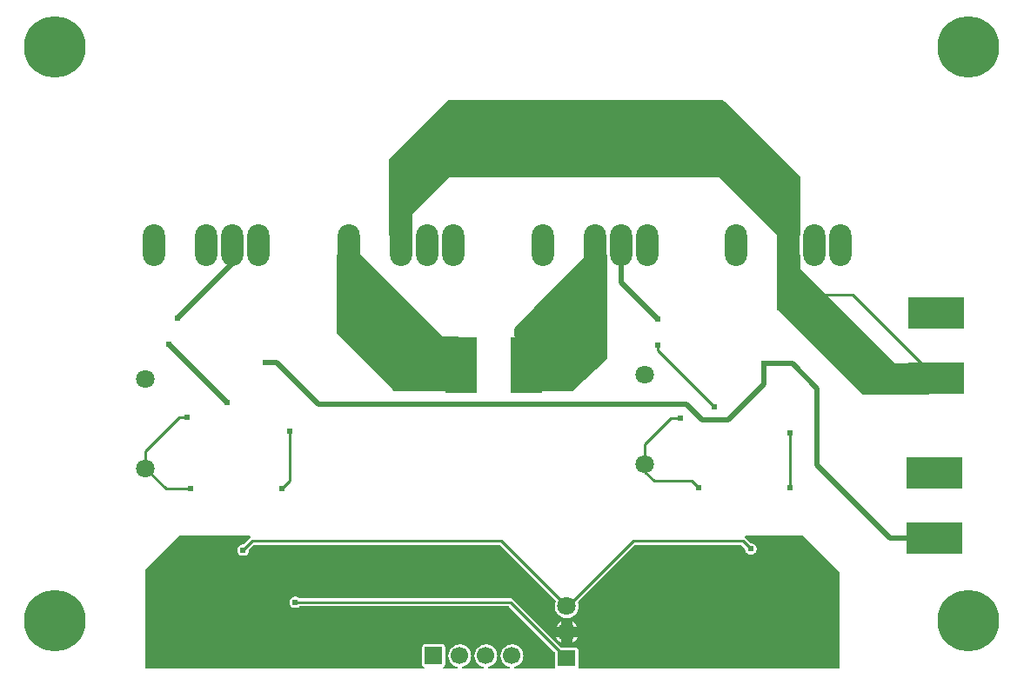
<source format=gbl>
G04 Layer: BottomLayer*
G04 EasyEDA v6.5.23, 2023-05-04 17:13:00*
G04 607db096b8b445a3a5bfbfc94cd9f4cc,a707f60854a14c978b55351e1b3b8125,10*
G04 Gerber Generator version 0.2*
G04 Scale: 100 percent, Rotated: No, Reflected: No *
G04 Dimensions in millimeters *
G04 leading zeros omitted , absolute positions ,4 integer and 5 decimal *
%FSLAX45Y45*%
%MOMM*%

%AMMACRO1*21,1,$1,$2,0,0,$3*%
%ADD10C,0.2540*%
%ADD11C,0.5080*%
%ADD12O,2.159X4.064*%
%ADD13C,1.8000*%
%ADD14R,1.7000X1.7000*%
%ADD15C,1.7000*%
%ADD16R,1.8000X1.5748*%
%ADD17MACRO1,5.4X3.001X0.0000*%
%ADD18MACRO1,5.4X3.001X90.0000*%
%ADD19C,6.0000*%
%ADD20C,0.6096*%
%ADD21C,0.0142*%

%LPD*%
G36*
X3769360Y190500D02*
G01*
X3765448Y191262D01*
X3762197Y193497D01*
X3759962Y196748D01*
X3759200Y200660D01*
X3759200Y935583D01*
X3759962Y939495D01*
X3762197Y942797D01*
X4327702Y1508302D01*
X4331004Y1510538D01*
X4334916Y1511300D01*
X7006183Y1511300D01*
X7010095Y1510538D01*
X7013397Y1508302D01*
X7756702Y764997D01*
X7758938Y761695D01*
X7759700Y757783D01*
X7759700Y200660D01*
X7758938Y196748D01*
X7756702Y193497D01*
X7753451Y191262D01*
X7749540Y190500D01*
X7541259Y190500D01*
X7537348Y191262D01*
X7534097Y193497D01*
X7531862Y196748D01*
X7530896Y203098D01*
X7530388Y203911D01*
X6973011Y761288D01*
X6971284Y762000D01*
X4344416Y762000D01*
X4342688Y761288D01*
X3988511Y407111D01*
X3987800Y405384D01*
X3987800Y200660D01*
X3987037Y196748D01*
X3984802Y193497D01*
X3981551Y191262D01*
X3977640Y190500D01*
G37*

%LPD*%
G36*
X3801567Y-1320800D02*
G01*
X3797655Y-1319987D01*
X3794302Y-1317752D01*
X3254095Y-764946D01*
X3251962Y-761695D01*
X3251200Y-757885D01*
X3251200Y2540D01*
X3251962Y6451D01*
X3254197Y9702D01*
X3257448Y11938D01*
X3261360Y12700D01*
X3475583Y12700D01*
X3479495Y11938D01*
X3482797Y9702D01*
X4279188Y-786688D01*
X4280916Y-787400D01*
X4422140Y-787400D01*
X4426051Y-788162D01*
X4429302Y-790397D01*
X4431538Y-793648D01*
X4432300Y-797560D01*
X4432300Y-1310640D01*
X4431538Y-1314551D01*
X4429302Y-1317802D01*
X4426051Y-1320038D01*
X4422140Y-1320800D01*
G37*

%LPD*%
G36*
X5204460Y-1320800D02*
G01*
X5200548Y-1320038D01*
X5197297Y-1317802D01*
X5195062Y-1314551D01*
X5194300Y-1310640D01*
X5194300Y-1042416D01*
X5193792Y-1040790D01*
X4980838Y-790244D01*
X4979009Y-787146D01*
X4978400Y-783640D01*
X4978400Y-715314D01*
X4979162Y-711504D01*
X4981244Y-708253D01*
X5359450Y-317449D01*
X5650788Y-26111D01*
X5651500Y-24384D01*
X5651500Y2540D01*
X5652262Y6451D01*
X5654497Y9702D01*
X5657748Y11938D01*
X5661660Y12700D01*
X5869940Y12700D01*
X5873851Y11938D01*
X5877102Y9702D01*
X5879338Y6451D01*
X5880100Y2540D01*
X5880100Y-998982D01*
X5879287Y-1002944D01*
X5877001Y-1006297D01*
X5552846Y-1317955D01*
X5549595Y-1320088D01*
X5545785Y-1320800D01*
G37*

%LPD*%
G36*
X8373516Y-1358900D02*
G01*
X8369604Y-1358138D01*
X8366302Y-1355902D01*
X7534097Y-523697D01*
X7531862Y-520395D01*
X7531100Y-516483D01*
X7531100Y2540D01*
X7531862Y6451D01*
X7534097Y9702D01*
X7537348Y11938D01*
X7541259Y12700D01*
X7749540Y12700D01*
X7753451Y11938D01*
X7756702Y9702D01*
X7758938Y6451D01*
X7759700Y2540D01*
X7759700Y-125983D01*
X7760411Y-127711D01*
X8686088Y-1053388D01*
X8687816Y-1054100D01*
X9006840Y-1054100D01*
X9010751Y-1054862D01*
X9014002Y-1057097D01*
X9016238Y-1060348D01*
X9017000Y-1064260D01*
X9017000Y-1348740D01*
X9016238Y-1352651D01*
X9014002Y-1355902D01*
X9010751Y-1358138D01*
X9006840Y-1358900D01*
G37*

%LPD*%
G36*
X1394460Y-4025392D02*
G01*
X1390548Y-4024629D01*
X1387297Y-4022394D01*
X1385062Y-4019143D01*
X1384300Y-4015232D01*
X1384300Y-3064916D01*
X1385062Y-3061004D01*
X1387297Y-3057702D01*
X1711502Y-2733497D01*
X1714804Y-2731262D01*
X1718716Y-2730500D01*
X2398776Y-2730500D01*
X2402840Y-2731363D01*
X2406192Y-2733700D01*
X2408326Y-2737256D01*
X2408936Y-2741371D01*
X2407818Y-2745333D01*
X2405176Y-2748534D01*
X2398014Y-2754376D01*
X2341321Y-2811068D01*
X2338425Y-2813100D01*
X2335022Y-2814015D01*
X2326995Y-2814726D01*
X2317546Y-2817266D01*
X2308606Y-2821381D01*
X2300579Y-2827020D01*
X2293620Y-2833979D01*
X2287981Y-2842006D01*
X2283866Y-2850946D01*
X2281326Y-2860395D01*
X2280462Y-2870200D01*
X2281326Y-2880004D01*
X2283866Y-2889453D01*
X2287981Y-2898394D01*
X2293620Y-2906420D01*
X2300579Y-2913380D01*
X2308606Y-2919018D01*
X2317546Y-2923133D01*
X2326995Y-2925673D01*
X2336800Y-2926537D01*
X2346604Y-2925673D01*
X2356053Y-2923133D01*
X2364994Y-2919018D01*
X2373020Y-2913380D01*
X2379980Y-2906420D01*
X2385618Y-2898394D01*
X2389733Y-2889453D01*
X2392273Y-2880004D01*
X2392984Y-2871978D01*
X2393899Y-2868574D01*
X2395931Y-2865678D01*
X2438704Y-2822905D01*
X2442006Y-2820670D01*
X2445918Y-2819908D01*
X4831181Y-2819908D01*
X4835093Y-2820670D01*
X4838395Y-2822905D01*
X5377078Y-3361588D01*
X5379262Y-3364839D01*
X5380075Y-3368649D01*
X5379364Y-3372510D01*
X5376164Y-3380486D01*
X5372557Y-3394608D01*
X5370728Y-3409035D01*
X5370728Y-3423564D01*
X5372557Y-3437991D01*
X5376164Y-3452114D01*
X5381548Y-3465626D01*
X5388559Y-3478377D01*
X5397093Y-3490163D01*
X5407050Y-3500780D01*
X5418277Y-3510076D01*
X5430570Y-3517849D01*
X5443728Y-3524046D01*
X5457596Y-3528568D01*
X5471871Y-3531260D01*
X5486400Y-3532174D01*
X5500928Y-3531260D01*
X5515203Y-3528568D01*
X5529072Y-3524046D01*
X5542229Y-3517849D01*
X5554522Y-3510076D01*
X5565749Y-3500780D01*
X5575706Y-3490163D01*
X5584240Y-3478377D01*
X5591251Y-3465626D01*
X5596636Y-3452114D01*
X5600242Y-3437991D01*
X5602071Y-3423564D01*
X5602071Y-3409035D01*
X5600242Y-3394608D01*
X5596585Y-3380435D01*
X5596331Y-3376980D01*
X5597245Y-3373577D01*
X5599277Y-3370732D01*
X6147104Y-2822905D01*
X6150406Y-2820670D01*
X6154318Y-2819908D01*
X7180681Y-2819908D01*
X7184593Y-2820670D01*
X7187895Y-2822905D01*
X7217968Y-2852978D01*
X7220000Y-2855874D01*
X7220915Y-2859278D01*
X7221626Y-2867304D01*
X7224166Y-2876753D01*
X7228281Y-2885694D01*
X7233920Y-2893720D01*
X7240879Y-2900680D01*
X7248906Y-2906318D01*
X7257846Y-2910433D01*
X7267295Y-2912973D01*
X7277100Y-2913837D01*
X7286904Y-2912973D01*
X7296353Y-2910433D01*
X7305294Y-2906318D01*
X7313320Y-2900680D01*
X7320280Y-2893720D01*
X7325918Y-2885694D01*
X7330033Y-2876753D01*
X7332573Y-2867304D01*
X7333437Y-2857500D01*
X7332573Y-2847695D01*
X7330033Y-2838246D01*
X7325918Y-2829306D01*
X7320280Y-2821279D01*
X7313320Y-2814320D01*
X7305294Y-2808681D01*
X7296353Y-2804566D01*
X7286904Y-2802026D01*
X7278878Y-2801315D01*
X7275474Y-2800400D01*
X7272578Y-2798368D01*
X7228586Y-2754376D01*
X7221423Y-2748534D01*
X7218781Y-2745333D01*
X7217664Y-2741371D01*
X7218273Y-2737256D01*
X7220407Y-2733700D01*
X7223759Y-2731363D01*
X7227824Y-2730500D01*
X7780883Y-2730500D01*
X7784795Y-2731262D01*
X7788097Y-2733497D01*
X8137702Y-3083102D01*
X8139938Y-3086404D01*
X8140700Y-3090316D01*
X8140700Y-4015232D01*
X8139938Y-4019143D01*
X8137702Y-4022394D01*
X8134451Y-4024629D01*
X8130540Y-4025392D01*
X5610098Y-4025392D01*
X5606338Y-4024680D01*
X5603087Y-4022598D01*
X5600852Y-4019448D01*
X5599938Y-4015689D01*
X5600496Y-4011879D01*
X5601614Y-4008780D01*
X5602325Y-4002481D01*
X5602325Y-3846118D01*
X5601614Y-3839819D01*
X5599684Y-3834333D01*
X5596585Y-3829456D01*
X5592521Y-3825341D01*
X5587593Y-3822293D01*
X5582158Y-3820363D01*
X5575808Y-3819651D01*
X5440578Y-3819651D01*
X5436666Y-3818890D01*
X5433364Y-3816654D01*
X4967935Y-3351276D01*
X4961737Y-3346145D01*
X4955032Y-3342589D01*
X4947818Y-3340404D01*
X4939792Y-3339592D01*
X2889808Y-3339592D01*
X2885897Y-3338829D01*
X2882595Y-3336594D01*
X2881020Y-3335020D01*
X2872994Y-3329381D01*
X2864053Y-3325266D01*
X2854604Y-3322726D01*
X2844800Y-3321862D01*
X2834995Y-3322726D01*
X2825546Y-3325266D01*
X2816606Y-3329381D01*
X2808579Y-3335020D01*
X2801620Y-3341979D01*
X2795981Y-3350006D01*
X2791866Y-3358946D01*
X2789326Y-3368395D01*
X2788462Y-3378200D01*
X2789326Y-3388004D01*
X2791866Y-3397453D01*
X2795981Y-3406394D01*
X2801620Y-3414420D01*
X2808579Y-3421379D01*
X2816606Y-3427018D01*
X2825546Y-3431133D01*
X2834995Y-3433673D01*
X2844800Y-3434537D01*
X2854604Y-3433673D01*
X2864053Y-3431133D01*
X2872994Y-3427018D01*
X2881020Y-3421379D01*
X2882595Y-3419805D01*
X2885897Y-3417570D01*
X2889808Y-3416808D01*
X4920081Y-3416808D01*
X4923993Y-3417570D01*
X4927295Y-3419805D01*
X5367528Y-3860037D01*
X5369712Y-3863289D01*
X5370474Y-3867200D01*
X5370474Y-4002481D01*
X5371185Y-4008780D01*
X5372303Y-4011879D01*
X5372862Y-4015689D01*
X5371947Y-4019448D01*
X5369712Y-4022598D01*
X5366461Y-4024680D01*
X5362702Y-4025392D01*
X4986274Y-4025392D01*
X4982159Y-4024528D01*
X4978755Y-4022039D01*
X4976622Y-4018432D01*
X4976164Y-4014266D01*
X4977434Y-4010253D01*
X4980178Y-4007104D01*
X4984546Y-4005224D01*
X4997907Y-4000296D01*
X5010505Y-3993743D01*
X5022138Y-3985615D01*
X5032654Y-3976065D01*
X5041849Y-3965244D01*
X5049621Y-3953306D01*
X5055768Y-3940505D01*
X5060238Y-3927043D01*
X5062982Y-3913073D01*
X5063896Y-3898900D01*
X5062982Y-3884726D01*
X5060238Y-3870756D01*
X5055768Y-3857294D01*
X5049621Y-3844493D01*
X5041849Y-3832555D01*
X5032654Y-3821734D01*
X5022138Y-3812184D01*
X5010505Y-3804056D01*
X4997907Y-3797503D01*
X4984546Y-3792575D01*
X4970678Y-3789426D01*
X4956556Y-3788054D01*
X4942332Y-3788511D01*
X4928311Y-3790797D01*
X4914696Y-3794861D01*
X4901692Y-3800601D01*
X4889550Y-3807968D01*
X4878425Y-3816807D01*
X4868570Y-3827018D01*
X4860086Y-3838397D01*
X4853076Y-3850792D01*
X4847742Y-3863949D01*
X4844135Y-3877716D01*
X4842357Y-3891787D01*
X4842357Y-3906012D01*
X4844135Y-3920083D01*
X4847742Y-3933850D01*
X4853076Y-3947007D01*
X4860086Y-3959402D01*
X4868570Y-3970782D01*
X4878425Y-3980992D01*
X4889550Y-3989832D01*
X4901692Y-3997198D01*
X4914696Y-4002989D01*
X4923231Y-4005478D01*
X4926838Y-4007459D01*
X4929378Y-4010660D01*
X4930495Y-4014622D01*
X4929886Y-4018686D01*
X4927701Y-4022191D01*
X4924348Y-4024579D01*
X4920335Y-4025392D01*
X4732274Y-4025392D01*
X4728159Y-4024528D01*
X4724755Y-4022039D01*
X4722622Y-4018432D01*
X4722164Y-4014266D01*
X4723434Y-4010253D01*
X4726178Y-4007104D01*
X4730546Y-4005224D01*
X4743907Y-4000296D01*
X4756505Y-3993743D01*
X4768138Y-3985615D01*
X4778654Y-3976065D01*
X4787849Y-3965244D01*
X4795621Y-3953306D01*
X4801768Y-3940505D01*
X4806238Y-3927043D01*
X4808982Y-3913073D01*
X4809896Y-3898900D01*
X4808982Y-3884726D01*
X4806238Y-3870756D01*
X4801768Y-3857294D01*
X4795621Y-3844493D01*
X4787849Y-3832555D01*
X4778654Y-3821734D01*
X4768138Y-3812184D01*
X4756505Y-3804056D01*
X4743907Y-3797503D01*
X4730546Y-3792575D01*
X4716678Y-3789426D01*
X4702556Y-3788054D01*
X4688332Y-3788511D01*
X4674311Y-3790797D01*
X4660696Y-3794861D01*
X4647692Y-3800601D01*
X4635550Y-3807968D01*
X4624425Y-3816807D01*
X4614570Y-3827018D01*
X4606086Y-3838397D01*
X4599076Y-3850792D01*
X4593742Y-3863949D01*
X4590135Y-3877716D01*
X4588357Y-3891787D01*
X4588357Y-3906012D01*
X4590135Y-3920083D01*
X4593742Y-3933850D01*
X4599076Y-3947007D01*
X4606086Y-3959402D01*
X4614570Y-3970782D01*
X4624425Y-3980992D01*
X4635550Y-3989832D01*
X4647692Y-3997198D01*
X4660696Y-4002989D01*
X4669231Y-4005478D01*
X4672838Y-4007459D01*
X4675378Y-4010660D01*
X4676495Y-4014622D01*
X4675886Y-4018686D01*
X4673701Y-4022191D01*
X4670348Y-4024579D01*
X4666335Y-4025392D01*
X4478274Y-4025392D01*
X4474159Y-4024528D01*
X4470755Y-4022039D01*
X4468622Y-4018432D01*
X4468164Y-4014266D01*
X4469434Y-4010253D01*
X4472178Y-4007104D01*
X4476546Y-4005224D01*
X4489907Y-4000296D01*
X4502505Y-3993743D01*
X4514138Y-3985615D01*
X4524654Y-3976065D01*
X4533849Y-3965244D01*
X4541621Y-3953306D01*
X4547768Y-3940505D01*
X4552238Y-3927043D01*
X4554982Y-3913073D01*
X4555896Y-3898900D01*
X4554982Y-3884726D01*
X4552238Y-3870756D01*
X4547768Y-3857294D01*
X4541621Y-3844493D01*
X4533849Y-3832555D01*
X4524654Y-3821734D01*
X4514138Y-3812184D01*
X4502505Y-3804056D01*
X4489907Y-3797503D01*
X4476546Y-3792575D01*
X4462678Y-3789426D01*
X4448556Y-3788054D01*
X4434332Y-3788511D01*
X4420311Y-3790797D01*
X4406696Y-3794861D01*
X4393692Y-3800601D01*
X4381550Y-3807968D01*
X4370425Y-3816807D01*
X4360570Y-3827018D01*
X4352086Y-3838397D01*
X4345076Y-3850792D01*
X4339742Y-3863949D01*
X4336135Y-3877716D01*
X4334357Y-3891787D01*
X4334357Y-3906012D01*
X4336135Y-3920083D01*
X4339742Y-3933850D01*
X4345076Y-3947007D01*
X4352086Y-3959402D01*
X4360570Y-3970782D01*
X4370425Y-3980992D01*
X4381550Y-3989832D01*
X4393692Y-3997198D01*
X4406696Y-4002989D01*
X4415231Y-4005478D01*
X4418838Y-4007459D01*
X4421378Y-4010660D01*
X4422495Y-4014622D01*
X4421886Y-4018686D01*
X4419701Y-4022191D01*
X4416348Y-4024579D01*
X4412335Y-4025392D01*
X4293514Y-4025392D01*
X4289247Y-4024477D01*
X4285792Y-4021836D01*
X4283760Y-4018026D01*
X4283456Y-4013708D01*
X4284980Y-4009644D01*
X4288078Y-4006646D01*
X4292092Y-4004106D01*
X4296206Y-3999992D01*
X4299305Y-3995115D01*
X4301185Y-3989628D01*
X4301896Y-3983329D01*
X4301896Y-3814470D01*
X4301185Y-3808171D01*
X4299305Y-3802684D01*
X4296206Y-3797808D01*
X4292092Y-3793693D01*
X4287215Y-3790594D01*
X4281728Y-3788714D01*
X4275429Y-3788003D01*
X4106570Y-3788003D01*
X4100271Y-3788714D01*
X4094784Y-3790594D01*
X4089908Y-3793693D01*
X4085793Y-3797808D01*
X4082694Y-3802684D01*
X4080814Y-3808171D01*
X4080103Y-3814470D01*
X4080103Y-3983329D01*
X4080814Y-3989628D01*
X4082694Y-3995115D01*
X4085793Y-3999992D01*
X4089908Y-4004106D01*
X4093921Y-4006646D01*
X4097020Y-4009644D01*
X4098544Y-4013708D01*
X4098239Y-4018026D01*
X4096207Y-4021836D01*
X4092752Y-4024477D01*
X4088485Y-4025392D01*
G37*

%LPC*%
G36*
X5537758Y-3773982D02*
G01*
X5542229Y-3771849D01*
X5554522Y-3764076D01*
X5565749Y-3754780D01*
X5575706Y-3744163D01*
X5584240Y-3732377D01*
X5590133Y-3721658D01*
X5537758Y-3721658D01*
G37*
G36*
X5435041Y-3773982D02*
G01*
X5435041Y-3721658D01*
X5382666Y-3721658D01*
X5388559Y-3732377D01*
X5397093Y-3744163D01*
X5407050Y-3754780D01*
X5418277Y-3764076D01*
X5430570Y-3771849D01*
G37*
G36*
X5537758Y-3618941D02*
G01*
X5590133Y-3618941D01*
X5584240Y-3608222D01*
X5575706Y-3596436D01*
X5565749Y-3585819D01*
X5554522Y-3576523D01*
X5542229Y-3568750D01*
X5537758Y-3566617D01*
G37*
G36*
X5382666Y-3618941D02*
G01*
X5435041Y-3618941D01*
X5435041Y-3566617D01*
X5430570Y-3568750D01*
X5418277Y-3576523D01*
X5407050Y-3585819D01*
X5397093Y-3596436D01*
X5388559Y-3608222D01*
G37*

%LPD*%
D10*
X5092700Y-1066800D02*
G01*
X5295900Y-1066800D01*
X5765800Y-596900D01*
X5765800Y101600D01*
X3365500Y101600D02*
G01*
X3365500Y-355600D01*
X4076700Y-1066800D01*
X4457700Y-1066800D01*
D11*
X2552700Y-1041400D02*
G01*
X2667000Y-1041400D01*
X3073400Y-1447800D01*
X6654800Y-1447800D01*
X6807200Y-1600200D01*
X7061200Y-1600200D01*
X7404100Y-1257300D01*
X7404100Y-1054100D01*
D10*
X7658100Y-1727200D02*
G01*
X7658100Y-2260600D01*
X2717800Y-2273300D02*
G01*
X2794000Y-2197100D01*
X2794000Y-1714500D01*
X6591300Y-1587500D02*
G01*
X6502400Y-1587500D01*
X6248400Y-1841500D01*
X6248400Y-2035302D01*
X6375400Y-876300D02*
G01*
X6375400Y-927100D01*
X6921500Y-1473200D01*
X2844800Y-3378200D02*
G01*
X4940300Y-3378200D01*
X5486400Y-3924300D01*
X1384300Y-2073300D02*
G01*
X1584299Y-2273300D01*
X1828800Y-2273300D01*
X1790700Y-1574800D02*
G01*
X1714500Y-1574800D01*
X1384300Y-1905000D01*
X1384300Y-2073402D01*
D11*
X1612900Y-863600D02*
G01*
X2184400Y-1435100D01*
D10*
X6769100Y-2260600D02*
G01*
X6705600Y-2197100D01*
X6337300Y-2197100D01*
X6248400Y-2108200D01*
X6248400Y-2035302D01*
D11*
X1701800Y-609600D02*
G01*
X2235200Y-76200D01*
X2235200Y101600D01*
X7404100Y-1054100D02*
G01*
X7683500Y-1054100D01*
X7924800Y-1295400D01*
X7924800Y-2044700D01*
X8636000Y-2755900D01*
X9067800Y-2755900D01*
D10*
X2336800Y-2870200D02*
G01*
X2425700Y-2781300D01*
X4851400Y-2781300D01*
X5486400Y-3416300D01*
X7277100Y-2857500D02*
G01*
X7200900Y-2781300D01*
X6134100Y-2781300D01*
X5499100Y-3416300D01*
X5486400Y-3416300D01*
D11*
X6019800Y101600D02*
G01*
X6019800Y-266700D01*
X6375400Y-622300D01*
D10*
X9080500Y-1193800D02*
G01*
X8267700Y-381000D01*
X7874000Y-381000D01*
X7645400Y-152400D01*
X7645400Y101600D01*
D12*
G01*
X1981200Y101600D03*
G01*
X2235200Y101600D03*
G01*
X2489200Y101600D03*
G01*
X1473200Y101600D03*
G01*
X5765800Y101600D03*
G01*
X6019800Y101600D03*
G01*
X6273800Y101600D03*
G01*
X5257800Y101600D03*
G01*
X7645400Y101600D03*
G01*
X7899400Y101600D03*
G01*
X8153400Y101600D03*
G01*
X7137400Y101600D03*
D13*
G01*
X1384300Y-1203299D03*
G01*
X1384300Y-2073300D03*
G01*
X6248400Y-1165199D03*
G01*
X6248400Y-2035200D03*
D14*
G01*
X4191000Y-3898900D03*
D15*
G01*
X4445000Y-3898900D03*
G01*
X4699000Y-3898900D03*
G01*
X4953000Y-3898900D03*
D13*
G01*
X5486400Y-3416300D03*
G01*
X5486400Y-3670300D03*
D16*
G01*
X5486400Y-3924300D03*
D12*
G01*
X3873500Y101600D03*
G01*
X4127500Y101600D03*
G01*
X4381500Y101600D03*
G01*
X3365500Y101600D03*
D17*
G01*
X9080500Y-558812D03*
G01*
X9080500Y-1193812D03*
G01*
X9067800Y-2120912D03*
G01*
X9067800Y-2755912D03*
D18*
G01*
X5092687Y-1066800D03*
G01*
X4457687Y-1066800D03*
D19*
G01*
X9398000Y-3556000D03*
G01*
X9398000Y2032000D03*
G01*
X508000Y2032000D03*
G01*
X508000Y-3556000D03*
D20*
G01*
X7658100Y-2260600D03*
G01*
X6769100Y-2260600D03*
G01*
X6375400Y-876300D03*
G01*
X6375400Y-622300D03*
G01*
X1612900Y-863600D03*
G01*
X1828800Y-2273300D03*
G01*
X2794000Y-1714500D03*
G01*
X2717800Y-2273300D03*
G01*
X7277100Y-2857500D03*
G01*
X2336800Y-2870200D03*
G01*
X2844800Y-3378200D03*
G01*
X7658100Y-1727200D03*
G01*
X6591300Y-1587500D03*
G01*
X6921500Y-1473200D03*
G01*
X1790700Y-1574800D03*
G01*
X2184400Y-1435100D03*
G01*
X1701800Y-609600D03*
G01*
X7404100Y-1054100D03*
G01*
X2552700Y-1041400D03*
G01*
X7150100Y-3124200D03*
G01*
X7213600Y-3263900D03*
G01*
X2209800Y-3136900D03*
G01*
X2273300Y-3251200D03*
M02*

</source>
